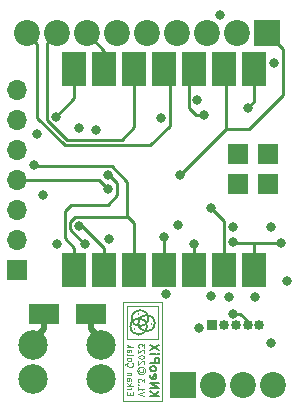
<source format=gbr>
%TF.GenerationSoftware,KiCad,Pcbnew,(7.0.0-0)*%
%TF.CreationDate,2023-02-19T00:57:30+01:00*%
%TF.ProjectId,KNeoPiX_v1.3,4b4e656f-5069-4585-9f76-312e332e6b69,rev?*%
%TF.SameCoordinates,Original*%
%TF.FileFunction,Copper,L4,Bot*%
%TF.FilePolarity,Positive*%
%FSLAX46Y46*%
G04 Gerber Fmt 4.6, Leading zero omitted, Abs format (unit mm)*
G04 Created by KiCad (PCBNEW (7.0.0-0)) date 2023-02-19 00:57:30*
%MOMM*%
%LPD*%
G01*
G04 APERTURE LIST*
%TA.AperFunction,NonConductor*%
%ADD10C,0.100000*%
%TD*%
%TA.AperFunction,NonConductor*%
%ADD11C,0.150000*%
%TD*%
%ADD12C,0.187500*%
%TA.AperFunction,NonConductor*%
%ADD13C,0.187500*%
%TD*%
%ADD14C,0.125000*%
%TA.AperFunction,NonConductor*%
%ADD15C,0.125000*%
%TD*%
%TA.AperFunction,ComponentPad*%
%ADD16C,1.875000*%
%TD*%
%TA.AperFunction,ComponentPad*%
%ADD17R,0.850000X0.850000*%
%TD*%
%TA.AperFunction,ComponentPad*%
%ADD18O,0.850000X0.850000*%
%TD*%
%TA.AperFunction,ComponentPad*%
%ADD19R,2.200000X2.200000*%
%TD*%
%TA.AperFunction,ComponentPad*%
%ADD20C,2.200000*%
%TD*%
%TA.AperFunction,ComponentPad*%
%ADD21R,1.700000X1.700000*%
%TD*%
%TA.AperFunction,ComponentPad*%
%ADD22O,1.700000X1.700000*%
%TD*%
%TA.AperFunction,ComponentPad*%
%ADD23C,2.500000*%
%TD*%
%TA.AperFunction,SMDPad,CuDef*%
%ADD24R,2.000000X3.000000*%
%TD*%
%TA.AperFunction,SMDPad,CuDef*%
%ADD25R,2.500000X1.800000*%
%TD*%
%TA.AperFunction,ViaPad*%
%ADD26C,0.800000*%
%TD*%
%TA.AperFunction,Conductor*%
%ADD27C,0.250000*%
%TD*%
%TA.AperFunction,Conductor*%
%ADD28C,0.500000*%
%TD*%
G04 APERTURE END LIST*
D10*
X122065000Y-120488535D02*
X125420000Y-120488535D01*
X125420000Y-120488535D02*
X125420000Y-128873535D01*
X125420000Y-128873535D02*
X122065000Y-128873535D01*
X122065000Y-128873535D02*
X122065000Y-120488535D01*
D11*
X123420000Y-121515000D02*
G75*
G03*
X123420000Y-121515000I-25000J0D01*
G01*
D10*
X122435000Y-120900000D02*
X125100000Y-120900000D01*
X125100000Y-120900000D02*
X125100000Y-123675000D01*
X125100000Y-123675000D02*
X122435000Y-123675000D01*
X122435000Y-123675000D02*
X122435000Y-120900000D01*
D11*
X123095000Y-122790000D02*
G75*
G03*
X123095000Y-122790000I-25000J0D01*
G01*
X124111466Y-122590000D02*
G75*
G03*
X124111466Y-122590000I-691466J0D01*
G01*
X124236466Y-121890000D02*
G75*
G03*
X124236466Y-121890000I-691466J0D01*
G01*
X124786466Y-122315000D02*
G75*
G03*
X124786466Y-122315000I-691466J0D01*
G01*
X124520000Y-122365000D02*
G75*
G03*
X124520000Y-122365000I-25000J0D01*
G01*
D12*
D13*
X124415929Y-128519248D02*
X125165929Y-128519248D01*
X124415929Y-128090677D02*
X124844500Y-128412105D01*
X125165929Y-128090677D02*
X124737357Y-128519248D01*
X124415929Y-127769248D02*
X125165929Y-127769248D01*
X125165929Y-127769248D02*
X124415929Y-127340677D01*
X124415929Y-127340677D02*
X125165929Y-127340677D01*
X124451643Y-126697820D02*
X124415929Y-126769248D01*
X124415929Y-126769248D02*
X124415929Y-126912106D01*
X124415929Y-126912106D02*
X124451643Y-126983534D01*
X124451643Y-126983534D02*
X124523072Y-127019248D01*
X124523072Y-127019248D02*
X124808786Y-127019248D01*
X124808786Y-127019248D02*
X124880215Y-126983534D01*
X124880215Y-126983534D02*
X124915929Y-126912106D01*
X124915929Y-126912106D02*
X124915929Y-126769248D01*
X124915929Y-126769248D02*
X124880215Y-126697820D01*
X124880215Y-126697820D02*
X124808786Y-126662106D01*
X124808786Y-126662106D02*
X124737357Y-126662106D01*
X124737357Y-126662106D02*
X124665929Y-127019248D01*
X124415929Y-126233534D02*
X124451643Y-126304963D01*
X124451643Y-126304963D02*
X124487357Y-126340677D01*
X124487357Y-126340677D02*
X124558786Y-126376391D01*
X124558786Y-126376391D02*
X124773072Y-126376391D01*
X124773072Y-126376391D02*
X124844500Y-126340677D01*
X124844500Y-126340677D02*
X124880215Y-126304963D01*
X124880215Y-126304963D02*
X124915929Y-126233534D01*
X124915929Y-126233534D02*
X124915929Y-126126391D01*
X124915929Y-126126391D02*
X124880215Y-126054963D01*
X124880215Y-126054963D02*
X124844500Y-126019249D01*
X124844500Y-126019249D02*
X124773072Y-125983534D01*
X124773072Y-125983534D02*
X124558786Y-125983534D01*
X124558786Y-125983534D02*
X124487357Y-126019249D01*
X124487357Y-126019249D02*
X124451643Y-126054963D01*
X124451643Y-126054963D02*
X124415929Y-126126391D01*
X124415929Y-126126391D02*
X124415929Y-126233534D01*
X124415929Y-125662106D02*
X125165929Y-125662106D01*
X125165929Y-125662106D02*
X125165929Y-125376392D01*
X125165929Y-125376392D02*
X125130215Y-125304963D01*
X125130215Y-125304963D02*
X125094500Y-125269249D01*
X125094500Y-125269249D02*
X125023072Y-125233535D01*
X125023072Y-125233535D02*
X124915929Y-125233535D01*
X124915929Y-125233535D02*
X124844500Y-125269249D01*
X124844500Y-125269249D02*
X124808786Y-125304963D01*
X124808786Y-125304963D02*
X124773072Y-125376392D01*
X124773072Y-125376392D02*
X124773072Y-125662106D01*
X124415929Y-124912106D02*
X124915929Y-124912106D01*
X125165929Y-124912106D02*
X125130215Y-124947820D01*
X125130215Y-124947820D02*
X125094500Y-124912106D01*
X125094500Y-124912106D02*
X125130215Y-124876392D01*
X125130215Y-124876392D02*
X125165929Y-124912106D01*
X125165929Y-124912106D02*
X125094500Y-124912106D01*
X125165929Y-124626392D02*
X124415929Y-124126392D01*
X125165929Y-124126392D02*
X124415929Y-124626392D01*
D14*
D15*
X123792261Y-126225676D02*
X123816071Y-126273295D01*
X123816071Y-126273295D02*
X123816071Y-126368533D01*
X123816071Y-126368533D02*
X123792261Y-126416152D01*
X123792261Y-126416152D02*
X123744642Y-126463771D01*
X123744642Y-126463771D02*
X123697023Y-126487581D01*
X123697023Y-126487581D02*
X123601785Y-126487581D01*
X123601785Y-126487581D02*
X123554166Y-126463771D01*
X123554166Y-126463771D02*
X123506547Y-126416152D01*
X123506547Y-126416152D02*
X123482738Y-126368533D01*
X123482738Y-126368533D02*
X123482738Y-126273295D01*
X123482738Y-126273295D02*
X123506547Y-126225676D01*
X123982738Y-126320914D02*
X123958928Y-126439962D01*
X123958928Y-126439962D02*
X123887500Y-126559009D01*
X123887500Y-126559009D02*
X123768452Y-126630438D01*
X123768452Y-126630438D02*
X123649404Y-126654247D01*
X123649404Y-126654247D02*
X123530357Y-126630438D01*
X123530357Y-126630438D02*
X123411309Y-126559009D01*
X123411309Y-126559009D02*
X123339880Y-126439962D01*
X123339880Y-126439962D02*
X123316071Y-126320914D01*
X123316071Y-126320914D02*
X123339880Y-126201866D01*
X123339880Y-126201866D02*
X123411309Y-126082819D01*
X123411309Y-126082819D02*
X123530357Y-126011390D01*
X123530357Y-126011390D02*
X123649404Y-125987581D01*
X123649404Y-125987581D02*
X123768452Y-126011390D01*
X123768452Y-126011390D02*
X123887500Y-126082819D01*
X123887500Y-126082819D02*
X123958928Y-126201866D01*
X123958928Y-126201866D02*
X123982738Y-126320914D01*
X123863690Y-125797104D02*
X123887500Y-125773295D01*
X123887500Y-125773295D02*
X123911309Y-125725676D01*
X123911309Y-125725676D02*
X123911309Y-125606628D01*
X123911309Y-125606628D02*
X123887500Y-125559009D01*
X123887500Y-125559009D02*
X123863690Y-125535200D01*
X123863690Y-125535200D02*
X123816071Y-125511390D01*
X123816071Y-125511390D02*
X123768452Y-125511390D01*
X123768452Y-125511390D02*
X123697023Y-125535200D01*
X123697023Y-125535200D02*
X123411309Y-125820914D01*
X123411309Y-125820914D02*
X123411309Y-125511390D01*
X123911309Y-125201867D02*
X123911309Y-125154248D01*
X123911309Y-125154248D02*
X123887500Y-125106629D01*
X123887500Y-125106629D02*
X123863690Y-125082819D01*
X123863690Y-125082819D02*
X123816071Y-125059010D01*
X123816071Y-125059010D02*
X123720833Y-125035200D01*
X123720833Y-125035200D02*
X123601785Y-125035200D01*
X123601785Y-125035200D02*
X123506547Y-125059010D01*
X123506547Y-125059010D02*
X123458928Y-125082819D01*
X123458928Y-125082819D02*
X123435119Y-125106629D01*
X123435119Y-125106629D02*
X123411309Y-125154248D01*
X123411309Y-125154248D02*
X123411309Y-125201867D01*
X123411309Y-125201867D02*
X123435119Y-125249486D01*
X123435119Y-125249486D02*
X123458928Y-125273295D01*
X123458928Y-125273295D02*
X123506547Y-125297105D01*
X123506547Y-125297105D02*
X123601785Y-125320914D01*
X123601785Y-125320914D02*
X123720833Y-125320914D01*
X123720833Y-125320914D02*
X123816071Y-125297105D01*
X123816071Y-125297105D02*
X123863690Y-125273295D01*
X123863690Y-125273295D02*
X123887500Y-125249486D01*
X123887500Y-125249486D02*
X123911309Y-125201867D01*
X123863690Y-124844724D02*
X123887500Y-124820915D01*
X123887500Y-124820915D02*
X123911309Y-124773296D01*
X123911309Y-124773296D02*
X123911309Y-124654248D01*
X123911309Y-124654248D02*
X123887500Y-124606629D01*
X123887500Y-124606629D02*
X123863690Y-124582820D01*
X123863690Y-124582820D02*
X123816071Y-124559010D01*
X123816071Y-124559010D02*
X123768452Y-124559010D01*
X123768452Y-124559010D02*
X123697023Y-124582820D01*
X123697023Y-124582820D02*
X123411309Y-124868534D01*
X123411309Y-124868534D02*
X123411309Y-124559010D01*
X123911309Y-124392344D02*
X123911309Y-124082820D01*
X123911309Y-124082820D02*
X123720833Y-124249487D01*
X123720833Y-124249487D02*
X123720833Y-124178058D01*
X123720833Y-124178058D02*
X123697023Y-124130439D01*
X123697023Y-124130439D02*
X123673214Y-124106630D01*
X123673214Y-124106630D02*
X123625595Y-124082820D01*
X123625595Y-124082820D02*
X123506547Y-124082820D01*
X123506547Y-124082820D02*
X123458928Y-124106630D01*
X123458928Y-124106630D02*
X123435119Y-124130439D01*
X123435119Y-124130439D02*
X123411309Y-124178058D01*
X123411309Y-124178058D02*
X123411309Y-124320915D01*
X123411309Y-124320915D02*
X123435119Y-124368534D01*
X123435119Y-124368534D02*
X123458928Y-124392344D01*
D14*
D15*
X122713214Y-128360916D02*
X122713214Y-128194249D01*
X122451309Y-128122821D02*
X122451309Y-128360916D01*
X122451309Y-128360916D02*
X122951309Y-128360916D01*
X122951309Y-128360916D02*
X122951309Y-128122821D01*
X122451309Y-127908535D02*
X122784642Y-127908535D01*
X122689404Y-127908535D02*
X122737023Y-127884725D01*
X122737023Y-127884725D02*
X122760833Y-127860916D01*
X122760833Y-127860916D02*
X122784642Y-127813297D01*
X122784642Y-127813297D02*
X122784642Y-127765678D01*
X122451309Y-127599011D02*
X122951309Y-127599011D01*
X122641785Y-127551392D02*
X122451309Y-127408535D01*
X122784642Y-127408535D02*
X122594166Y-127599011D01*
X122451309Y-126979963D02*
X122713214Y-126979963D01*
X122713214Y-126979963D02*
X122760833Y-127003773D01*
X122760833Y-127003773D02*
X122784642Y-127051392D01*
X122784642Y-127051392D02*
X122784642Y-127146630D01*
X122784642Y-127146630D02*
X122760833Y-127194249D01*
X122475119Y-126979963D02*
X122451309Y-127027582D01*
X122451309Y-127027582D02*
X122451309Y-127146630D01*
X122451309Y-127146630D02*
X122475119Y-127194249D01*
X122475119Y-127194249D02*
X122522738Y-127218058D01*
X122522738Y-127218058D02*
X122570357Y-127218058D01*
X122570357Y-127218058D02*
X122617976Y-127194249D01*
X122617976Y-127194249D02*
X122641785Y-127146630D01*
X122641785Y-127146630D02*
X122641785Y-127027582D01*
X122641785Y-127027582D02*
X122665595Y-126979963D01*
X122784642Y-126741868D02*
X122451309Y-126741868D01*
X122737023Y-126741868D02*
X122760833Y-126718058D01*
X122760833Y-126718058D02*
X122784642Y-126670439D01*
X122784642Y-126670439D02*
X122784642Y-126599011D01*
X122784642Y-126599011D02*
X122760833Y-126551392D01*
X122760833Y-126551392D02*
X122713214Y-126527582D01*
X122713214Y-126527582D02*
X122451309Y-126527582D01*
X122498928Y-125703773D02*
X122475119Y-125727582D01*
X122475119Y-125727582D02*
X122451309Y-125799011D01*
X122451309Y-125799011D02*
X122451309Y-125846630D01*
X122451309Y-125846630D02*
X122475119Y-125918058D01*
X122475119Y-125918058D02*
X122522738Y-125965677D01*
X122522738Y-125965677D02*
X122570357Y-125989487D01*
X122570357Y-125989487D02*
X122665595Y-126013296D01*
X122665595Y-126013296D02*
X122737023Y-126013296D01*
X122737023Y-126013296D02*
X122832261Y-125989487D01*
X122832261Y-125989487D02*
X122879880Y-125965677D01*
X122879880Y-125965677D02*
X122927500Y-125918058D01*
X122927500Y-125918058D02*
X122951309Y-125846630D01*
X122951309Y-125846630D02*
X122951309Y-125799011D01*
X122951309Y-125799011D02*
X122927500Y-125727582D01*
X122927500Y-125727582D02*
X122903690Y-125703773D01*
X122427500Y-125822820D02*
X122403690Y-125775201D01*
X122403690Y-125775201D02*
X122356071Y-125751392D01*
X122356071Y-125751392D02*
X122308452Y-125775201D01*
X122308452Y-125775201D02*
X122284642Y-125822820D01*
X122284642Y-125822820D02*
X122284642Y-125894249D01*
X122451309Y-125418058D02*
X122475119Y-125465677D01*
X122475119Y-125465677D02*
X122498928Y-125489487D01*
X122498928Y-125489487D02*
X122546547Y-125513296D01*
X122546547Y-125513296D02*
X122689404Y-125513296D01*
X122689404Y-125513296D02*
X122737023Y-125489487D01*
X122737023Y-125489487D02*
X122760833Y-125465677D01*
X122760833Y-125465677D02*
X122784642Y-125418058D01*
X122784642Y-125418058D02*
X122784642Y-125346630D01*
X122784642Y-125346630D02*
X122760833Y-125299011D01*
X122760833Y-125299011D02*
X122737023Y-125275201D01*
X122737023Y-125275201D02*
X122689404Y-125251392D01*
X122689404Y-125251392D02*
X122546547Y-125251392D01*
X122546547Y-125251392D02*
X122498928Y-125275201D01*
X122498928Y-125275201D02*
X122475119Y-125299011D01*
X122475119Y-125299011D02*
X122451309Y-125346630D01*
X122451309Y-125346630D02*
X122451309Y-125418058D01*
X122451309Y-124965677D02*
X122475119Y-125013296D01*
X122475119Y-125013296D02*
X122522738Y-125037106D01*
X122522738Y-125037106D02*
X122951309Y-125037106D01*
X122451309Y-124560915D02*
X122713214Y-124560915D01*
X122713214Y-124560915D02*
X122760833Y-124584725D01*
X122760833Y-124584725D02*
X122784642Y-124632344D01*
X122784642Y-124632344D02*
X122784642Y-124727582D01*
X122784642Y-124727582D02*
X122760833Y-124775201D01*
X122475119Y-124560915D02*
X122451309Y-124608534D01*
X122451309Y-124608534D02*
X122451309Y-124727582D01*
X122451309Y-124727582D02*
X122475119Y-124775201D01*
X122475119Y-124775201D02*
X122522738Y-124799010D01*
X122522738Y-124799010D02*
X122570357Y-124799010D01*
X122570357Y-124799010D02*
X122617976Y-124775201D01*
X122617976Y-124775201D02*
X122641785Y-124727582D01*
X122641785Y-124727582D02*
X122641785Y-124608534D01*
X122641785Y-124608534D02*
X122665595Y-124560915D01*
X122451309Y-124322820D02*
X122951309Y-124322820D01*
X122641785Y-124275201D02*
X122451309Y-124132344D01*
X122784642Y-124132344D02*
X122594166Y-124322820D01*
D14*
D15*
X123867774Y-128490438D02*
X123367774Y-128323772D01*
X123367774Y-128323772D02*
X123867774Y-128157105D01*
X123367774Y-127728534D02*
X123367774Y-128014248D01*
X123367774Y-127871391D02*
X123867774Y-127871391D01*
X123867774Y-127871391D02*
X123796345Y-127919010D01*
X123796345Y-127919010D02*
X123748726Y-127966629D01*
X123748726Y-127966629D02*
X123724917Y-128014248D01*
X123415393Y-127514249D02*
X123391584Y-127490439D01*
X123391584Y-127490439D02*
X123367774Y-127514249D01*
X123367774Y-127514249D02*
X123391584Y-127538058D01*
X123391584Y-127538058D02*
X123415393Y-127514249D01*
X123415393Y-127514249D02*
X123367774Y-127514249D01*
X123867774Y-127323773D02*
X123867774Y-127014249D01*
X123867774Y-127014249D02*
X123677298Y-127180916D01*
X123677298Y-127180916D02*
X123677298Y-127109487D01*
X123677298Y-127109487D02*
X123653488Y-127061868D01*
X123653488Y-127061868D02*
X123629679Y-127038059D01*
X123629679Y-127038059D02*
X123582060Y-127014249D01*
X123582060Y-127014249D02*
X123463012Y-127014249D01*
X123463012Y-127014249D02*
X123415393Y-127038059D01*
X123415393Y-127038059D02*
X123391584Y-127061868D01*
X123391584Y-127061868D02*
X123367774Y-127109487D01*
X123367774Y-127109487D02*
X123367774Y-127252344D01*
X123367774Y-127252344D02*
X123391584Y-127299963D01*
X123391584Y-127299963D02*
X123415393Y-127323773D01*
D16*
%TO.P,H2,1,1*%
%TO.N,KNX+*%
X120250000Y-124150000D03*
%TD*%
D17*
%TO.P,J6,1,Pin_1*%
%TO.N,EXT_GND*%
X129649999Y-122449999D03*
D18*
%TO.P,J6,2,Pin_2*%
%TO.N,S_3V3*%
X130649999Y-122449999D03*
%TO.P,J6,3,Pin_3*%
%TO.N,SWCLK*%
X131649999Y-122449999D03*
%TO.P,J6,4,Pin_4*%
%TO.N,SWDIO*%
X132649999Y-122449999D03*
%TO.P,J6,5,Pin_5*%
%TO.N,RESET*%
X133649999Y-122449999D03*
%TD*%
D19*
%TO.P,J4,1,Pin_1*%
%TO.N,EXT_GND*%
X127164999Y-127579999D03*
D20*
%TO.P,J4,2,Pin_2*%
%TO.N,NEO_DATA0_OUT*%
X129705000Y-127580000D03*
%TO.P,J4,3,Pin_3*%
%TO.N,NEO_DATA1_OUT*%
X132245000Y-127580000D03*
%TO.P,J4,4,Pin_4*%
%TO.N,EXT_VCC_IN*%
X134785000Y-127580000D03*
%TD*%
D19*
%TO.P,J3,1,Pin_1*%
%TO.N,EXT_GND*%
X134269999Y-97739999D03*
D20*
%TO.P,J3,2,Pin_2*%
%TO.N,S_3V3*%
X131730000Y-97740000D03*
%TO.P,J3,3,Pin_3*%
%TO.N,KNX_5V*%
X129190000Y-97740000D03*
%TO.P,J3,4,Pin_4*%
%TO.N,D1*%
X126650000Y-97740000D03*
%TO.P,J3,5,Pin_5*%
%TO.N,D2*%
X124110000Y-97740000D03*
%TO.P,J3,6,Pin_6*%
%TO.N,D3*%
X121570000Y-97740000D03*
%TO.P,J3,7,Pin_7*%
%TO.N,D8*%
X119030000Y-97740000D03*
%TO.P,J3,8,Pin_8*%
%TO.N,D9*%
X116490000Y-97740000D03*
%TO.P,J3,9,Pin_9*%
%TO.N,D10*%
X113950000Y-97740000D03*
%TD*%
D21*
%TO.P,GN1,1,KNX+*%
%TO.N,KNX+*%
X113139999Y-117779999D03*
D22*
%TO.P,GN1,2,GND*%
%TO.N,KNX_GND*%
X113139999Y-115239999D03*
%TO.P,GN1,3,SAVE*%
%TO.N,KNX_SAVE*%
X113139999Y-112699999D03*
%TO.P,GN1,4,Rx*%
%TO.N,KNX_RX*%
X113139999Y-110159999D03*
%TO.P,GN1,5,Tx*%
%TO.N,KNX_TX*%
X113139999Y-107619999D03*
%TO.P,GN1,6,3V3*%
%TO.N,KNX_3V3*%
X113139999Y-105079999D03*
%TO.P,GN1,7,Vcc2*%
%TO.N,KNX_5V*%
X113139999Y-102539999D03*
%TD*%
D23*
%TO.P,J2,1,Pin_1*%
%TO.N,KNX+*%
X120250000Y-127050000D03*
%TO.P,J2,2,Pin_2*%
%TO.N,KNX_GND*%
X114500000Y-127050000D03*
%TD*%
D16*
%TO.P,H1,1,1*%
%TO.N,KNX_GND*%
X114500000Y-124150000D03*
%TD*%
D23*
%TO.P,J1,1,Pin_1*%
%TO.N,KNX+*%
X120230000Y-124130000D03*
%TO.P,J1,2,Pin_2*%
%TO.N,KNX_GND*%
X114480000Y-124130000D03*
%TD*%
D24*
%TO.P,U1,1,PA02_A0_D0*%
%TO.N,D0*%
X133225913Y-117787913D03*
%TO.P,U1,2,PA4_A1_D1*%
%TO.N,D1*%
X130685913Y-117787913D03*
%TO.P,U1,3,PA10_A2_D2*%
%TO.N,D2*%
X128145913Y-117787913D03*
%TO.P,U1,4,PA11_A3_D3*%
%TO.N,D3*%
X125605913Y-117787913D03*
%TO.P,U1,5,PA8_A4_D4_SDA*%
%TO.N,D4_SDA*%
X123065913Y-117787913D03*
%TO.P,U1,6,PA9_A5_D5_SCL*%
%TO.N,D5_SCL*%
X120525913Y-117787913D03*
%TO.P,U1,7,PB08_A6_D6_TX*%
%TO.N,D6_TX*%
X117985913Y-117787913D03*
%TO.P,U1,8,PB09_A7_D7_RX*%
%TO.N,D7_RX*%
X117985913Y-100787913D03*
%TO.P,U1,9,PA7_A8_D8_SCK*%
%TO.N,D8*%
X120525913Y-100787913D03*
%TO.P,U1,10,PA5_A9_D9_MISO*%
%TO.N,D9*%
X123065913Y-100787913D03*
%TO.P,U1,11,PA6_A10_D10_MOSI*%
%TO.N,D10*%
X125605913Y-100787913D03*
%TO.P,U1,12,3V3*%
%TO.N,S_3V3*%
X128145913Y-100787913D03*
%TO.P,U1,13,GND*%
%TO.N,EXT_GND*%
X130685913Y-100787913D03*
%TO.P,U1,14,5V*%
%TO.N,5V-MCU*%
X133225913Y-100787913D03*
D21*
%TO.P,U1,17,PA31_SWDIO*%
%TO.N,SWDIO*%
X134386653Y-110557913D03*
%TO.P,U1,18,PA30_SWCLK*%
%TO.N,SWCLK*%
X134386653Y-108017913D03*
%TO.P,U1,19,RESET*%
%TO.N,RESET*%
X131846653Y-110557913D03*
%TO.P,U1,20,GND*%
%TO.N,EXT_GND*%
X131846653Y-108017913D03*
%TD*%
D25*
%TO.P,D3,A,A*%
%TO.N,KNX+*%
X119399999Y-121559999D03*
%TO.P,D3,C,C*%
%TO.N,KNX_GND*%
X115399999Y-121559999D03*
%TD*%
D26*
%TO.N,KNX_3V3*%
X131050000Y-120060000D03*
X116534900Y-115646000D03*
%TO.N,KNX_RX*%
X114849799Y-106275201D03*
X120827800Y-110924400D03*
%TO.N,KNX_TX*%
X118387400Y-105776300D03*
%TO.N,D0*%
X131410400Y-115470000D03*
X135450000Y-115510000D03*
%TO.N,D10*%
X130350000Y-96184100D03*
%TO.N,D3*%
X125605900Y-115048500D03*
%TO.N,D2*%
X128145900Y-115642800D03*
%TO.N,D1*%
X129550400Y-112560500D03*
%TO.N,KNX_GND*%
X119832900Y-105944400D03*
X120892700Y-115173600D03*
X125315700Y-104922900D03*
%TO.N,D4_SDA*%
X114600000Y-108925000D03*
X118908200Y-115594200D03*
%TO.N,D5_SCL*%
X118335000Y-114050500D03*
%TO.N,D6_TX*%
X120827800Y-109767400D03*
%TO.N,D7_RX*%
X116421600Y-104841500D03*
%TO.N,KNX_SAVE*%
X134845500Y-100289000D03*
%TO.N,EXT_GND*%
X134670000Y-123960000D03*
X128500000Y-122699500D03*
X125750000Y-119887416D03*
X131410400Y-114170000D03*
X134670000Y-114170000D03*
X126954900Y-109769200D03*
%TO.N,5V-MCU*%
X132661051Y-104088949D03*
%TO.N,EXT_VCC_OUT*%
X135986420Y-118750000D03*
X126775000Y-114000000D03*
%TO.N,S_3V3*%
X128968600Y-104697800D03*
X115314652Y-111448859D03*
X129556392Y-120053608D03*
%TO.N,EXT_VCC_IN*%
X133270000Y-120060000D03*
X128400000Y-103450000D03*
%TO.N,SWDIO*%
X131375000Y-121525000D03*
%TD*%
D27*
%TO.N,KNX_RX*%
X120827800Y-110924400D02*
X120063400Y-110160000D01*
X120063400Y-110160000D02*
X113140000Y-110160000D01*
%TO.N,D0*%
X133225914Y-115510000D02*
X131450400Y-115510000D01*
X133225914Y-115510000D02*
X135450000Y-115510000D01*
X133225914Y-117787914D02*
X133225914Y-115510000D01*
X131450400Y-115510000D02*
X131410400Y-115470000D01*
%TO.N,D10*%
X124400000Y-107240000D02*
X126040700Y-105599300D01*
X117148200Y-107240000D02*
X124400000Y-107240000D01*
X114861400Y-104953200D02*
X117148200Y-107240000D01*
X113950000Y-97740000D02*
X114861400Y-98651400D01*
X114861400Y-98651400D02*
X114861400Y-104953200D01*
X126040700Y-105599300D02*
X126040700Y-101222700D01*
%TO.N,D9*%
X123065900Y-105704100D02*
X121980000Y-106790000D01*
X115649000Y-98581000D02*
X116490000Y-97740000D01*
X123065900Y-100787900D02*
X123065900Y-105704100D01*
X117334800Y-106790000D02*
X115649000Y-105104200D01*
X121980000Y-106790000D02*
X117334800Y-106790000D01*
X115649000Y-105104200D02*
X115649000Y-98581000D01*
%TO.N,D8*%
X120525914Y-99235914D02*
X119030000Y-97740000D01*
X120525914Y-100787914D02*
X120525914Y-99235914D01*
%TO.N,D3*%
X125605900Y-117787900D02*
X125605900Y-115048500D01*
%TO.N,D2*%
X128145900Y-117787900D02*
X128145900Y-115642800D01*
%TO.N,D1*%
X130685900Y-117787900D02*
X130685900Y-113696000D01*
X130685900Y-113696000D02*
X129550400Y-112560500D01*
D28*
%TO.N,KNX_GND*%
X115400000Y-122785100D02*
X114480000Y-123705100D01*
X115400000Y-121560000D02*
X115400000Y-122785100D01*
D27*
%TO.N,D4_SDA*%
X114703700Y-109028700D02*
X121164800Y-109028700D01*
X118832400Y-115594200D02*
X117600600Y-114362400D01*
X121164800Y-109028700D02*
X122470000Y-110333900D01*
X122540400Y-113290400D02*
X123065900Y-113815900D01*
X122470000Y-110333900D02*
X122470000Y-113290400D01*
X120393500Y-113290400D02*
X122540400Y-113290400D01*
X114600000Y-108925000D02*
X114703700Y-109028700D01*
X117600600Y-114362400D02*
X117600600Y-113750700D01*
X118060900Y-113290400D02*
X120393500Y-113290400D01*
X123065900Y-113815900D02*
X123065900Y-117787900D01*
X122470000Y-113290400D02*
X120393500Y-113290400D01*
X118908200Y-115594200D02*
X118832400Y-115594200D01*
X117600600Y-113750700D02*
X118060900Y-113290400D01*
%TO.N,D5_SCL*%
X120525900Y-115962800D02*
X118613600Y-114050500D01*
X120525900Y-117787900D02*
X120525900Y-115962800D01*
X118613600Y-114050500D02*
X118335000Y-114050500D01*
%TO.N,D6_TX*%
X117150500Y-115127400D02*
X117985900Y-115962800D01*
X117700000Y-112300000D02*
X117150500Y-112849500D01*
X120942400Y-109767400D02*
X121625000Y-110450000D01*
X121625000Y-110450000D02*
X121625000Y-111500000D01*
X120825000Y-112300000D02*
X117700000Y-112300000D01*
X117150500Y-112849500D02*
X117150500Y-115127400D01*
X121625000Y-111500000D02*
X120825000Y-112300000D01*
X120827800Y-109767400D02*
X120942400Y-109767400D01*
X117985900Y-115962800D02*
X117985900Y-117787900D01*
%TO.N,D7_RX*%
X117985900Y-103277200D02*
X116421600Y-104841500D01*
X117985900Y-100787900D02*
X117985900Y-103277200D01*
D28*
%TO.N,KNX+*%
X119400000Y-121560000D02*
X119400000Y-122785100D01*
X119400000Y-122785100D02*
X120230000Y-123615100D01*
D27*
%TO.N,EXT_GND*%
X130840000Y-100942000D02*
X130840000Y-105877700D01*
X135630000Y-99100000D02*
X135630000Y-103039505D01*
X130840000Y-105877700D02*
X130843200Y-105880900D01*
X134270000Y-97740000D02*
X135630000Y-99100000D01*
X135630000Y-103039505D02*
X132788605Y-105880900D01*
X132788605Y-105880900D02*
X130843200Y-105880900D01*
X130843200Y-105880900D02*
X126954900Y-109769200D01*
%TO.N,5V-MCU*%
X133225900Y-103524100D02*
X133225900Y-100787900D01*
X132661051Y-104088949D02*
X133225900Y-103524100D01*
%TO.N,S_3V3*%
X128968600Y-104697800D02*
X128302500Y-104697800D01*
X127675000Y-104070300D02*
X127675000Y-101258828D01*
X128302500Y-104697800D02*
X127675000Y-104070300D01*
%TO.N,SWDIO*%
X131375000Y-121525000D02*
X132005000Y-121525000D01*
X132005000Y-121525000D02*
X132650000Y-122170000D01*
%TD*%
M02*

</source>
